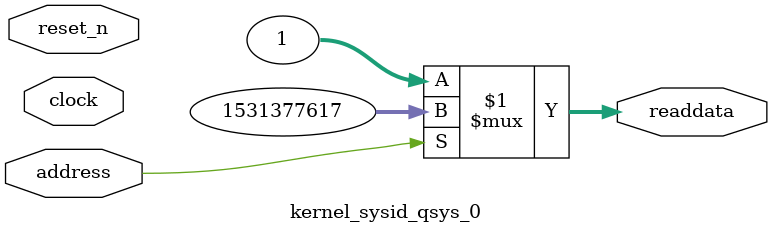
<source format=v>

`timescale 1ns / 1ps
// synthesis translate_on

// turn off superfluous verilog processor warnings 
// altera message_level Level1 
// altera message_off 10034 10035 10036 10037 10230 10240 10030 

module kernel_sysid_qsys_0 (
               // inputs:
                address,
                clock,
                reset_n,

               // outputs:
                readdata
             )
;

  output  [ 31: 0] readdata;
  input            address;
  input            clock;
  input            reset_n;

  wire    [ 31: 0] readdata;
  //control_slave, which is an e_avalon_slave
  assign readdata = address ? 1531377617 : 1;

endmodule




</source>
